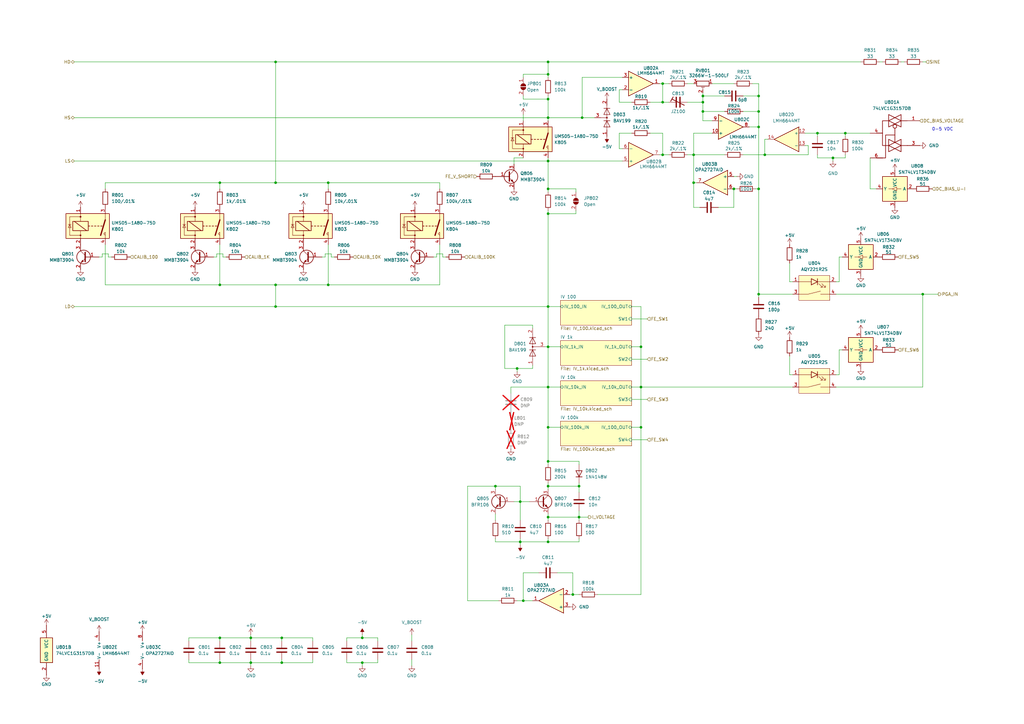
<source format=kicad_sch>
(kicad_sch (version 20231120) (generator "eeschema") (generator_version "8.0")
  (paper "A3")
  (junction (at 262.89 142.24))
  (junction (at 237.49 199.39))
  (junction (at 224.79 48.26))
  (junction (at 335.28 54.61))
  (junction (at 102.87 271.78))
  (junction (at 311.15 77.47))
  (junction (at 134.62 74.93))
  (junction (at 271.78 41.91))
  (junction (at 224.79 222.25))
  (junction (at 311.15 52.07))
  (junction (at 271.78 63.5))
  (junction (at 148.59 271.78))
  (junction (at 313.69 63.5))
  (junction (at 212.09 151.13))
  (junction (at 346.71 54.61))
  (junction (at 288.29 45.72))
  (junction (at 237.49 212.09))
  (junction (at 224.79 142.24))
  (junction (at 311.15 45.72))
  (junction (at 113.03 74.93))
  (junction (at 214.63 246.38))
  (junction (at 224.79 66.04))
  (junction (at 224.79 87.63))
  (junction (at 90.17 261.62))
  (junction (at 262.89 175.26))
  (junction (at 224.79 158.75))
  (junction (at 271.78 34.29))
  (junction (at 378.46 120.65))
  (junction (at 134.62 116.84))
  (junction (at 113.03 25.4))
  (junction (at 300.99 77.47))
  (junction (at 288.29 41.91))
  (junction (at 90.17 271.78))
  (junction (at 284.48 63.5))
  (junction (at 224.79 175.26))
  (junction (at 115.57 271.78))
  (junction (at 288.29 39.37))
  (junction (at 234.95 243.84))
  (junction (at 113.03 125.73))
  (junction (at 224.79 189.23))
  (junction (at 311.15 39.37))
  (junction (at 224.79 25.4))
  (junction (at 203.2 199.39))
  (junction (at 311.15 120.65))
  (junction (at 90.17 74.93))
  (junction (at 284.48 74.93))
  (junction (at 224.79 212.09))
  (junction (at 90.17 116.84))
  (junction (at 224.79 40.64))
  (junction (at 102.87 261.62))
  (junction (at 113.03 116.84))
  (junction (at 224.79 199.39))
  (junction (at 213.36 205.74))
  (junction (at 262.89 158.75))
  (junction (at 213.36 222.25))
  (junction (at 238.76 48.26))
  (junction (at 341.63 64.77))
  (junction (at 115.57 261.62))
  (junction (at 224.79 77.47))
  (junction (at 224.79 125.73))
  (junction (at 224.79 30.48))
  (junction (at 148.59 261.62))
  (wire (pts (xy 113.03 116.84) (xy 113.03 125.73)))
  (wire (pts (xy 259.08 163.83) (xy 265.43 163.83)))
  (wire (pts (xy 224.79 142.24) (xy 229.87 142.24)))
  (wire (pts (xy 113.03 116.84) (xy 134.62 116.84)))
  (wire (pts (xy 223.52 142.24) (xy 224.79 142.24)))
  (wire (pts (xy 237.49 212.09) (xy 237.49 213.36)))
  (wire (pts (xy 311.15 120.65) (xy 311.15 121.92)))
  (wire (pts (xy 224.79 87.63) (xy 224.79 125.73)))
  (wire (pts (xy 224.79 212.09) (xy 224.79 213.36)))
  (wire (pts (xy 304.8 39.37) (xy 311.15 39.37)))
  (wire (pts (xy 271.78 34.29) (xy 270.51 34.29)))
  (wire (pts (xy 87.63 105.41) (xy 88.9 105.41)))
  (wire (pts (xy 179.07 104.14) (xy 181.61 104.14)))
  (wire (pts (xy 224.79 48.26) (xy 238.76 48.26)))
  (wire (pts (xy 238.76 48.26) (xy 243.84 48.26)))
  (wire (pts (xy 133.35 104.14) (xy 135.89 104.14)))
  (wire (pts (xy 224.79 222.25) (xy 237.49 222.25)))
  (wire (pts (xy 255.27 66.04) (xy 224.79 66.04)))
  (wire (pts (xy 224.79 48.26) (xy 224.79 49.53)))
  (wire (pts (xy 311.15 45.72) (xy 311.15 39.37)))
  (wire (pts (xy 213.36 222.25) (xy 224.79 222.25)))
  (wire (pts (xy 325.12 158.75) (xy 262.89 158.75)))
  (wire (pts (xy 142.24 262.89) (xy 142.24 261.62)))
  (wire (pts (xy 214.63 31.75) (xy 214.63 30.48)))
  (wire (pts (xy 245.11 243.84) (xy 262.89 243.84)))
  (wire (pts (xy 271.78 63.5) (xy 271.78 54.61)))
  (wire (pts (xy 134.62 116.84) (xy 180.34 116.84)))
  (wire (pts (xy 224.79 25.4) (xy 224.79 30.48)))
  (wire (pts (xy 311.15 39.37) (xy 311.15 34.29)))
  (wire (pts (xy 77.47 261.62) (xy 77.47 262.89)))
  (wire (pts (xy 237.49 199.39) (xy 237.49 201.93)))
  (wire (pts (xy 213.36 205.74) (xy 213.36 213.36)))
  (wire (pts (xy 346.71 55.88) (xy 346.71 54.61)))
  (wire (pts (xy 102.87 270.51) (xy 102.87 271.78)))
  (wire (pts (xy 266.7 41.91) (xy 271.78 41.91)))
  (wire (pts (xy 262.89 243.84) (xy 262.89 175.26)))
  (wire (pts (xy 41.91 104.14) (xy 44.45 104.14)))
  (wire (pts (xy 335.28 54.61) (xy 330.2 54.61)))
  (wire (pts (xy 270.51 63.5) (xy 271.78 63.5)))
  (wire (pts (xy 271.78 41.91) (xy 274.32 41.91)))
  (wire (pts (xy 224.79 125.73) (xy 224.79 142.24)))
  (wire (pts (xy 77.47 270.51) (xy 77.47 271.78)))
  (wire (pts (xy 287.02 85.09) (xy 284.48 85.09)))
  (wire (pts (xy 344.17 105.41) (xy 344.17 115.57)))
  (wire (pts (xy 311.15 52.07) (xy 307.34 52.07)))
  (wire (pts (xy 378.46 120.65) (xy 378.46 158.75)))
  (wire (pts (xy 323.85 146.05) (xy 323.85 153.67)))
  (wire (pts (xy 288.29 41.91) (xy 288.29 39.37)))
  (wire (pts (xy 224.79 77.47) (xy 236.22 77.47)))
  (wire (pts (xy 325.12 115.57) (xy 323.85 115.57)))
  (wire (pts (xy 331.47 63.5) (xy 331.47 59.69)))
  (wire (pts (xy 259.08 175.26) (xy 262.89 175.26)))
  (wire (pts (xy 342.9 158.75) (xy 378.46 158.75)))
  (wire (pts (xy 335.28 55.88) (xy 335.28 54.61)))
  (wire (pts (xy 237.49 212.09) (xy 241.3 212.09)))
  (wire (pts (xy 262.89 175.26) (xy 262.89 158.75)))
  (wire (pts (xy 90.17 270.51) (xy 90.17 271.78)))
  (wire (pts (xy 234.95 243.84) (xy 233.68 243.84)))
  (wire (pts (xy 113.03 25.4) (xy 113.03 74.93)))
  (wire (pts (xy 203.2 199.39) (xy 213.36 199.39)))
  (wire (pts (xy 154.94 261.62) (xy 154.94 262.89)))
  (wire (pts (xy 30.48 25.4) (xy 113.03 25.4)))
  (wire (pts (xy 102.87 261.62) (xy 102.87 262.89)))
  (wire (pts (xy 218.44 133.35) (xy 218.44 134.62)))
  (wire (pts (xy 210.82 205.74) (xy 213.36 205.74)))
  (wire (pts (xy 142.24 270.51) (xy 142.24 271.78)))
  (wire (pts (xy 311.15 34.29) (xy 308.61 34.29)))
  (wire (pts (xy 213.36 222.25) (xy 203.2 222.25)))
  (wire (pts (xy 344.17 153.67) (xy 342.9 153.67)))
  (wire (pts (xy 341.63 64.77) (xy 346.71 64.77)))
  (wire (pts (xy 43.18 74.93) (xy 90.17 74.93)))
  (wire (pts (xy 224.79 30.48) (xy 224.79 31.75)))
  (wire (pts (xy 288.29 39.37) (xy 297.18 39.37)))
  (wire (pts (xy 313.69 63.5) (xy 331.47 63.5)))
  (wire (pts (xy 341.63 64.77) (xy 341.63 66.04)))
  (wire (pts (xy 181.61 104.14) (xy 181.61 105.41)))
  (wire (pts (xy 224.79 66.04) (xy 224.79 64.77)))
  (wire (pts (xy 237.49 220.98) (xy 237.49 222.25)))
  (wire (pts (xy 90.17 74.93) (xy 90.17 77.47)))
  (wire (pts (xy 207.01 133.35) (xy 218.44 133.35)))
  (wire (pts (xy 292.1 49.53) (xy 288.29 49.53)))
  (wire (pts (xy 113.03 25.4) (xy 224.79 25.4)))
  (wire (pts (xy 128.27 262.89) (xy 128.27 261.62)))
  (wire (pts (xy 213.36 205.74) (xy 217.17 205.74)))
  (wire (pts (xy 224.79 175.26) (xy 224.79 189.23)))
  (wire (pts (xy 148.59 271.78) (xy 142.24 271.78)))
  (wire (pts (xy 224.79 210.82) (xy 224.79 212.09)))
  (wire (pts (xy 181.61 105.41) (xy 182.88 105.41)))
  (wire (pts (xy 91.44 104.14) (xy 91.44 105.41)))
  (wire (pts (xy 135.89 105.41) (xy 137.16 105.41)))
  (wire (pts (xy 288.29 49.53) (xy 288.29 45.72)))
  (wire (pts (xy 311.15 45.72) (xy 311.15 52.07)))
  (wire (pts (xy 91.44 105.41) (xy 92.71 105.41)))
  (wire (pts (xy 284.48 54.61) (xy 284.48 63.5)))
  (wire (pts (xy 356.87 77.47) (xy 356.87 64.77)))
  (wire (pts (xy 259.08 158.75) (xy 262.89 158.75)))
  (wire (pts (xy 335.28 54.61) (xy 346.71 54.61)))
  (wire (pts (xy 214.63 234.95) (xy 214.63 246.38)))
  (wire (pts (xy 224.79 158.75) (xy 229.87 158.75)))
  (wire (pts (xy 292.1 34.29) (xy 300.99 34.29)))
  (wire (pts (xy 224.79 175.26) (xy 229.87 175.26)))
  (wire (pts (xy 133.35 105.41) (xy 133.35 104.14)))
  (wire (pts (xy 218.44 149.86) (xy 218.44 151.13)))
  (wire (pts (xy 262.89 142.24) (xy 262.89 125.73)))
  (wire (pts (xy 236.22 77.47) (xy 236.22 78.74)))
  (wire (pts (xy 77.47 271.78) (xy 90.17 271.78)))
  (wire (pts (xy 224.79 66.04) (xy 224.79 77.47)))
  (wire (pts (xy 30.48 48.26) (xy 224.79 48.26)))
  (wire (pts (xy 325.12 153.67) (xy 323.85 153.67)))
  (wire (pts (xy 134.62 100.33) (xy 134.62 116.84)))
  (wire (pts (xy 41.91 105.41) (xy 41.91 104.14)))
  (wire (pts (xy 281.94 34.29) (xy 284.48 34.29)))
  (wire (pts (xy 224.79 40.64) (xy 224.79 48.26)))
  (wire (pts (xy 102.87 271.78) (xy 115.57 271.78)))
  (wire (pts (xy 335.28 64.77) (xy 341.63 64.77)))
  (wire (pts (xy 360.68 25.4) (xy 361.95 25.4)))
  (wire (pts (xy 224.79 199.39) (xy 237.49 199.39)))
  (wire (pts (xy 168.91 260.35) (xy 168.91 262.89)))
  (wire (pts (xy 212.09 246.38) (xy 214.63 246.38)))
  (wire (pts (xy 254 41.91) (xy 259.08 41.91)))
  (wire (pts (xy 88.9 104.14) (xy 91.44 104.14)))
  (wire (pts (xy 154.94 271.78) (xy 148.59 271.78)))
  (wire (pts (xy 90.17 261.62) (xy 90.17 262.89)))
  (wire (pts (xy 43.18 116.84) (xy 90.17 116.84)))
  (wire (pts (xy 271.78 54.61) (xy 266.7 54.61)))
  (wire (pts (xy 224.79 189.23) (xy 224.79 190.5)))
  (wire (pts (xy 294.64 85.09) (xy 300.99 85.09)))
  (wire (pts (xy 323.85 107.95) (xy 323.85 115.57)))
  (wire (pts (xy 346.71 54.61) (xy 356.87 54.61)))
  (wire (pts (xy 214.63 39.37) (xy 214.63 40.64)))
  (wire (pts (xy 148.59 271.78) (xy 148.59 273.05)))
  (wire (pts (xy 284.48 63.5) (xy 284.48 74.93)))
  (wire (pts (xy 30.48 125.73) (xy 113.03 125.73)))
  (wire (pts (xy 224.79 158.75) (xy 224.79 175.26)))
  (wire (pts (xy 281.94 63.5) (xy 284.48 63.5)))
  (wire (pts (xy 259.08 54.61) (xy 254 54.61)))
  (wire (pts (xy 344.17 115.57) (xy 342.9 115.57)))
  (wire (pts (xy 209.55 161.29) (xy 209.55 158.75)))
  (wire (pts (xy 281.94 41.91) (xy 288.29 41.91)))
  (wire (pts (xy 288.29 45.72) (xy 288.29 41.91)))
  (wire (pts (xy 259.08 180.34) (xy 265.43 180.34)))
  (wire (pts (xy 224.79 189.23) (xy 237.49 189.23)))
  (wire (pts (xy 214.63 40.64) (xy 224.79 40.64)))
  (wire (pts (xy 325.12 120.65) (xy 311.15 120.65)))
  (wire (pts (xy 300.99 85.09) (xy 300.99 77.47)))
  (wire (pts (xy 128.27 271.78) (xy 128.27 270.51)))
  (wire (pts (xy 203.2 210.82) (xy 203.2 213.36)))
  (wire (pts (xy 378.46 120.65) (xy 384.81 120.65)))
  (wire (pts (xy 154.94 270.51) (xy 154.94 271.78)))
  (wire (pts (xy 271.78 34.29) (xy 274.32 34.29)))
  (wire (pts (xy 212.09 151.13) (xy 212.09 152.4)))
  (wire (pts (xy 132.08 105.41) (xy 133.35 105.41)))
  (wire (pts (xy 254 60.96) (xy 255.27 60.96)))
  (wire (pts (xy 224.79 199.39) (xy 224.79 200.66)))
  (wire (pts (xy 115.57 270.51) (xy 115.57 271.78)))
  (wire (pts (xy 288.29 45.72) (xy 297.18 45.72)))
  (wire (pts (xy 288.29 39.37) (xy 288.29 38.1)))
  (wire (pts (xy 342.9 120.65) (xy 378.46 120.65)))
  (wire (pts (xy 224.79 142.24) (xy 224.79 158.75)))
  (wire (pts (xy 214.63 30.48) (xy 224.79 30.48)))
  (wire (pts (xy 30.48 66.04) (xy 224.79 66.04)))
  (wire (pts (xy 77.47 261.62) (xy 90.17 261.62)))
  (wire (pts (xy 224.79 77.47) (xy 224.79 78.74)))
  (wire (pts (xy 300.99 72.39) (xy 302.26 72.39)))
  (wire (pts (xy 228.6 234.95) (xy 234.95 234.95)))
  (wire (pts (xy 353.06 25.4) (xy 224.79 25.4)))
  (wire (pts (xy 234.95 234.95) (xy 234.95 243.84)))
  (wire (pts (xy 237.49 198.12) (xy 237.49 199.39)))
  (wire (pts (xy 210.82 67.31) (xy 210.82 64.77)))
  (wire (pts (xy 179.07 105.41) (xy 179.07 104.14)))
  (wire (pts (xy 259.08 147.32) (xy 265.43 147.32)))
  (wire (pts (xy 236.22 87.63) (xy 224.79 87.63)))
  (wire (pts (xy 43.18 100.33) (xy 43.18 116.84)))
  (wire (pts (xy 285.75 74.93) (xy 284.48 74.93)))
  (wire (pts (xy 309.88 77.47) (xy 311.15 77.47)))
  (wire (pts (xy 113.03 125.73) (xy 224.79 125.73)))
  (wire (pts (xy 177.8 105.41) (xy 179.07 105.41)))
  (wire (pts (xy 142.24 261.62) (xy 148.59 261.62)))
  (wire (pts (xy 224.79 212.09) (xy 237.49 212.09)))
  (wire (pts (xy 191.77 199.39) (xy 203.2 199.39)))
  (wire (pts (xy 191.77 246.38) (xy 191.77 199.39)))
  (wire (pts (xy 271.78 63.5) (xy 274.32 63.5)))
  (wire (pts (xy 311.15 52.07) (xy 311.15 77.47)))
  (wire (pts (xy 44.45 104.14) (xy 44.45 105.41)))
  (wire (pts (xy 254 36.83) (xy 254 41.91)))
  (wire (pts (xy 214.63 46.99) (xy 214.63 49.53)))
  (wire (pts (xy 209.55 158.75) (xy 224.79 158.75)))
  (wire (pts (xy 40.64 105.41) (xy 41.91 105.41)))
  (wire (pts (xy 234.95 243.84) (xy 237.49 243.84)))
  (wire (pts (xy 304.8 45.72) (xy 311.15 45.72)))
  (wire (pts (xy 102.87 271.78) (xy 102.87 273.05)))
  (wire (pts (xy 180.34 74.93) (xy 180.34 77.47)))
  (wire (pts (xy 213.36 220.98) (xy 213.36 222.25)))
  (wire (pts (xy 292.1 54.61) (xy 284.48 54.61)))
  (wire (pts (xy 346.71 63.5) (xy 346.71 64.77)))
  (wire (pts (xy 314.96 57.15) (xy 313.69 57.15)))
  (wire (pts (xy 311.15 77.47) (xy 311.15 120.65)))
  (wire (pts (xy 43.18 77.47) (xy 43.18 74.93)))
  (wire (pts (xy 344.17 105.41) (xy 345.44 105.41)))
  (wire (pts (xy 259.08 142.24) (xy 262.89 142.24)))
  (wire (pts (xy 214.63 246.38) (xy 218.44 246.38)))
  (wire (pts (xy 148.59 261.62) (xy 154.94 261.62)))
  (wire (pts (xy 300.99 77.47) (xy 302.26 77.47)))
  (wire (pts (xy 224.79 220.98) (xy 224.79 222.25)))
  (wire (pts (xy 313.69 57.15) (xy 313.69 63.5)))
  (wire (pts (xy 271.78 41.91) (xy 271.78 34.29)))
  (wire (pts (xy 224.79 198.12) (xy 224.79 199.39)))
  (wire (pts (xy 210.82 64.77) (xy 214.63 64.77)))
  (wire (pts (xy 134.62 74.93) (xy 134.62 77.47)))
  (wire (pts (xy 255.27 36.83) (xy 254 36.83)))
  (wire (pts (xy 237.49 189.23) (xy 237.49 190.5)))
  (wire (pts (xy 168.91 270.51) (xy 168.91 273.05)))
  (wire (pts (xy 44.45 105.41) (xy 45.72 105.41)))
  (wire (pts (xy 90.17 100.33) (xy 90.17 116.84)))
  (wire (pts (xy 224.79 86.36) (xy 224.79 87.63)))
  (wire (pts (xy 212.09 151.13) (xy 207.01 151.13)))
  (wire (pts (xy 134.62 74.93) (xy 180.34 74.93)))
  (wire (pts (xy 238.76 31.75) (xy 255.27 31.75)))
  (wire (pts (xy 102.87 261.62) (xy 115.57 261.62)))
  (wire (pts (xy 238.76 31.75) (xy 238.76 48.26)))
  (wire (pts (xy 204.47 246.38) (xy 191.77 246.38)))
  (wire (pts (xy 284.48 85.09) (xy 284.48 74.93)))
  (wire (pts (xy 90.17 116.84) (xy 113.03 116.84)))
  (wire (pts (xy 344.17 143.51) (xy 344.17 153.67)))
  (wire (pts (xy 344.17 143.51) (xy 345.44 143.51)))
  (wire (pts (xy 237.49 209.55) (xy 237.49 212.09)))
  (wire (pts (xy 115.57 271.78) (xy 128.27 271.78)))
  (wire (pts (xy 220.98 234.95) (xy 214.63 234.95)))
  (wire (pts (xy 284.48 63.5) (xy 297.18 63.5)))
  (wire (pts (xy 254 54.61) (xy 254 60.96)))
  (wire (pts (xy 236.22 86.36) (xy 236.22 87.63)))
  (wire (pts (xy 213.36 222.25) (xy 213.36 223.52)))
  (wire (pts (xy 90.17 261.62) (xy 102.87 261.62)))
  (wire (pts (xy 224.79 39.37) (xy 224.79 40.64)))
  (wire (pts (xy 359.41 77.47) (xy 356.87 77.47)))
  (wire (pts (xy 218.44 151.13) (xy 212.09 151.13)))
  (wire (pts (xy 135.89 104.14) (xy 135.89 105.41)))
  (wire (pts (xy 203.2 222.25) (xy 203.2 220.98)))
  (wire (pts (xy 213.36 199.39) (xy 213.36 205.74)))
  (wire (pts (xy 335.28 63.5) (xy 335.28 64.77)))
  (wire (pts (xy 113.03 74.93) (xy 134.62 74.93)))
  (wire (pts (xy 207.01 151.13) (xy 207.01 133.35)))
  (wire (pts (xy 304.8 63.5) (xy 313.69 63.5)))
  (wire (pts (xy 90.17 271.78) (xy 102.87 271.78)))
  (wire (pts (xy 102.87 260.35) (xy 102.87 261.62)))
  (wire (pts (xy 88.9 105.41) (xy 88.9 104.14)))
  (wire (pts (xy 148.59 260.35) (xy 148.59 261.62)))
  (wire (pts (xy 259.08 125.73) (xy 262.89 125.73)))
  (wire (pts (xy 90.17 74.93) (xy 113.03 74.93)))
  (wire (pts (xy 203.2 200.66) (xy 203.2 199.39)))
  (wire (pts (xy 180.34 100.33) (xy 180.34 116.84)))
  (wire (pts (xy 224.79 125.73) (xy 229.87 125.73)))
  (wire (pts (xy 115.57 261.62) (xy 128.27 261.62)))
  (wire (pts (xy 115.57 261.62) (xy 115.57 262.89)))
  (wire (pts (xy 369.57 25.4) (xy 370.84 25.4)))
  (wire (pts (xy 330.2 59.69) (xy 331.47 59.69)))
  (wire (pts (xy 259.08 130.81) (xy 265.43 130.81)))
  (wire (pts (xy 378.46 25.4) (xy 379.73 25.4)))
  (wire (pts (xy 262.89 142.24) (xy 262.89 158.75)))
  (text "0-5 VDC" (at 386.588 53.086 0) (effects (font (size 1.27 1.27))))
  (hierarchical_label "HS" (shape bidirectional) (at 30.48 48.26 180))
  (hierarchical_label "LS" (shape bidirectional) (at 30.48 66.04 180))
  (hierarchical_label "CALIB_1K" (shape input) (at 100.33 105.41 0))
  (hierarchical_label "I_VOLTAGE" (shape output) (at 241.3 212.09 0))
  (hierarchical_label "DC_BIAS_U-I" (shape input) (at 382.27 77.47 0))
  (hierarchical_label "FE_SW2" (shape input) (at 265.43 147.32 0))
  (hierarchical_label "FE_SW3" (shape input) (at 265.43 163.83 0))
  (hierarchical_label "SINE" (shape input) (at 379.73 25.4 0))
  (hierarchical_label "DC_BIAS_VOLTAGE" (shape input) (at 377.19 49.53 0))
  (hierarchical_label "FE_SW5" (shape input) (at 368.3 105.41 0))
  (hierarchical_label "FE_SW1" (shape input) (at 265.43 130.81 0))
  (hierarchical_label "CALIB_10K" (shape input) (at 144.78 105.41 0))
  (hierarchical_label "LD" (shape bidirectional) (at 30.48 125.73 180))
  (hierarchical_label "FE_SW4" (shape input) (at 265.43 180.34 0))
  (hierarchical_label "HD" (shape bidirectional) (at 30.48 25.4 180))
  (hierarchical_label "FE_SW6" (shape input) (at 368.3 143.51 0))
  (hierarchical_label "CALIB_100K" (shape input) (at 190.5 105.41 0))
  (hierarchical_label "FE_V_SHORT" (shape input) (at 195.58 72.39 180))
  (hierarchical_label "CALIB_100" (shape input) (at 53.34 105.41 0))
  (hierarchical_label "PGA_IN" (shape output) (at 384.81 120.65 0))
  (symbol (lib_id "power:+5V") (at 323.85 138.43 0) (unit 1)
    (property "Reference" "#PWR0832" (effects (hide yes)))
    (property "Value" "+5V" (at 323.85 134.62 0))
    (property "Description" "Power symbol creates a global label with name \"+5V\"" (effects (hide yes)))
  )
  (symbol (lib_id "Device:R") (at 365.76 25.4 90) (unit 1)
    (property "Reference" "R834" (at 365.76 20.574 90))
    (property "Value" "33" (at 365.76 23.114 90))
    (property "Footprint" "Resistor_SMD:R_0603_1608Metric_Pad0.98x0.95mm_HandSolder" (effects (hide yes)))
    (property "Description" "Resistor" (effects (hide yes)))
  )
  (symbol (lib_id "Device:R") (at 209.55 180.34 0) (unit 1) (in_bom no) (dnp yes)
    (property "Reference" "R812" (at 212.09 179.0699 0) (effects (justify left)))
    (property "Value" "DNP" (at 212.09 181.6099 0) (effects (justify left)))
    (property "Footprint" "Resistor_SMD:R_0603_1608Metric_Pad0.98x0.95mm_HandSolder" (effects (hide yes)))
    (property "Description" "Resistor" (effects (hide yes)))
  )
  (symbol (lib_id "power:+5V") (at 19.05 256.54 0) (unit 1)
    (property "Reference" "#PWR0801" (effects (hide yes)))
    (property "Value" "+5V" (at 19.05 252.73 0))
    (property "Description" "Power symbol creates a global label with name \"+5V\"" (effects (hide yes)))
  )
  (symbol (lib_id "Device:R") (at 134.62 81.28 0) (unit 1)
    (property "Reference" "R805" (at 137.16 80.0099 0) (effects (justify left)))
    (property "Value" "10k/.01%" (at 137.16 82.5499 0) (effects (justify left)))
    (property "Footprint" "Resistor_SMD:R_0603_1608Metric_Pad0.98x0.95mm_HandSolder" (effects (hide yes)))
    (property "Description" "Resistor" (effects (hide yes)))
  )
  (symbol (lib_id "74xGxx:74LVC1G3157") (at 19.05 266.7 0) (unit 2)
    (property "Reference" "U801" (at 22.86 265.4299 0) (effects (justify left)))
    (property "Value" "74LVC1G3157DB" (at 22.86 267.9699 0) (effects (justify left)))
    (property "Footprint" "Package_TO_SOT_SMD:SOT-23-6_Handsoldering" (effects (hide yes)))
    (property "Datasheet" "http://www.ti.com/lit/sg/scyt129e/scyt129e.pdf" (effects (hide yes)))
    (property "Description" "SPDT Analog Switch, Low-Voltage CMOS" (effects (hide yes)))
  )
  (symbol (lib_id "Logic_LevelTranslator:SN74LV1T34DBV") (at 367.03 77.47 0) (mirror y) (unit 1)
    (property "Reference" "U808" (at 376.174 68.072 0))
    (property "Value" "SN74LV1T34DBV" (at 376.174 70.612 0))
    (property "Footprint" "Package_TO_SOT_SMD:SOT-23-5_HandSoldering" (effects (hide yes)))
    (property "Datasheet" "https://www.ti.com/lit/ds/symlink/sn74lv1t34.pdf" (effects (hide yes)))
    (property "Description" "Single Power Supply, Single Buffer GATE, CMOS Logic, Level Shifter, SOT-23-5" (effects (hide yes)))
  )
  (symbol (lib_id "ETH1LCR3:V_BOOST") (at 40.64 259.08 0) (unit 1)
    (property "Reference" "#PWR0805" (effects (hide yes)))
    (property "Value" "V_BOOST" (at 40.64 254 0))
  )
  (symbol (lib_id "power:GND") (at 102.87 273.05 0) (unit 1)
    (property "Reference" "#PWR0812" (effects (hide yes)))
    (property "Value" "GND" (at 102.87 277.114 0))
    (property "Description" "Power symbol creates a global label with name \"GND\" , ground" (effects (hide yes)))
  )
  (symbol (lib_id "ETH1LCR3:AQY221R2S") (at 334.01 118.11 0) (unit 1)
    (property "Reference" "U804" (at 334.01 107.95 0))
    (property "Value" "AQY221R2S" (at 334.01 110.49 0))
    (property "Footprint" "Package_SO:SOP-4_3.8x4.1mm_P2.54mm" (effects (hide yes)))
    (property "Description" "RF SOP 1 Form A C×R10" (effects (hide yes)))
  )
  (symbol (lib_id "Device:C_Trim") (at 278.13 41.91 90) (unit 1)
    (property "Reference" "C813" (at 278.13 38.354 90))
    (property "Value" "JZ100" (at 278.13 45.72 90))
    (property "Footprint" "Capacitor_SMD:C_Trimmer_Voltronics_JZ" (effects (hide yes)))
    (property "Description" "Trimmable capacitor" (effects (hide yes)))
  )
  (symbol (lib_id "Device:R") (at 378.46 77.47 90) (unit 1)
    (property "Reference" "R836" (at 378.46 73.406 90))
    (property "Value" "51" (at 378.46 75.438 90))
    (property "Footprint" "Resistor_SMD:R_0603_1608Metric_Pad0.98x0.95mm_HandSolder" (effects (hide yes)))
    (property "Description" "Resistor" (effects (hide yes)))
  )
  (symbol (lib_id "Device:Q_NPN_BEC") (at 222.25 205.74 0) (unit 1)
    (property "Reference" "Q807" (at 227.33 204.4699 0) (effects (justify left)))
    (property "Value" "BFR106" (at 227.33 207.0099 0) (effects (justify left)))
    (property "Footprint" "Package_TO_SOT_SMD:SOT-23_Handsoldering" (effects (hide yes)))
    (property "Description" "NPN transistor, base/emitter/collector" (effects (hide yes)))
  )
  (symbol (lib_id "Transistor_BJT:MMBT3904") (at 82.55 105.41 0) (mirror y) (unit 1)
    (property "Reference" "Q802" (at 77.47 104.1399 0) (effects (justify left)))
    (property "Value" "MMBT3904" (at 77.47 106.6799 0) (effects (justify left)))
    (property "Footprint" "Package_TO_SOT_SMD:SOT-23" (effects (hide yes)))
    (property "Datasheet" "https://www.onsemi.com/pdf/datasheet/pzt3904-d.pdf" (effects (hide yes)))
    (property "Description" "0.2A Ic, 40V Vce, Small Signal NPN Transistor, SOT-23" (effects (hide yes)))
  )
  (symbol (lib_id "power:GND") (at 212.09 152.4 0) (unit 1)
    (property "Reference" "#PWR0823" (effects (hide yes)))
    (property "Value" "GND" (at 212.09 156.464 0))
    (property "Description" "Power symbol creates a global label with name \"GND\" , ground" (effects (hide yes)))
  )
  (symbol (lib_id "power:GND") (at 33.02 110.49 0) (unit 1)
    (property "Reference" "#PWR0804" (effects (hide yes)))
    (property "Value" "GND" (at 33.02 114.554 0))
    (property "Description" "Power symbol creates a global label with name \"GND\" , ground" (effects (hide yes)))
  )
  (symbol (lib_id "Device:R") (at 199.39 72.39 90) (unit 1)
    (property "Reference" "R809" (at 199.39 67.564 90))
    (property "Value" "10k" (at 199.39 70.104 90))
    (property "Footprint" "Resistor_SMD:R_0603_1608Metric_Pad0.98x0.95mm_HandSolder" (effects (hide yes)))
    (property "Description" "Resistor" (effects (hide yes)))
  )
  (symbol (lib_id "power:GND") (at 377.19 59.69 90) (unit 1)
    (property "Reference" "#PWR0840" (effects (hide yes)))
    (property "Value" "GND" (at 381 59.6899 90) (effects (justify right)))
    (property "Description" "Power symbol creates a global label with name \"GND\" , ground" (effects (hide yes)))
  )
  (symbol (lib_id "Device:L") (at 209.55 172.72 0) (unit 1) (in_bom no) (dnp yes)
    (property "Reference" "L801" (at 210.82 171.4499 0) (effects (justify left)))
    (property "Value" "DNP" (at 210.82 173.9899 0) (effects (justify left)))
    (property "Footprint" "Inductor_SMD:L_0805_2012Metric_Pad1.05x1.20mm_HandSolder" (effects (hide yes)))
    (property "Description" "Inductor" (effects (hide yes)))
  )
  (symbol (lib_id "Device:C") (at 290.83 85.09 90) (unit 1)
    (property "Reference" "C814" (at 290.83 78.994 90))
    (property "Value" "4u7" (at 290.83 81.534 90))
    (property "Footprint" "Capacitor_SMD:C_0805_2012Metric_Pad1.18x1.45mm_HandSolder" (effects (hide yes)))
    (property "Description" "Unpolarized capacitor" (effects (hide yes)))
  )
  (symbol (lib_id "Relay:UMS05-1A80-75D") (at 85.09 92.71 0) (mirror x) (unit 1)
    (property "Reference" "K802" (at 92.71 93.9801 0) (effects (justify left)))
    (property "Value" "UMS05-1A80-75D" (at 92.71 91.4401 0) (effects (justify left)))
    (property "Footprint" "Relay_THT:Relay_StandexMeder_UMS" (effects (hide yes)))
    (property "Datasheet" "https://standexelectronics.com/wp-content/uploads/datasheets/43/4305180175d.pdf" (effects (hide yes)))
    (property "Description" "Standex Meder UMS reed relay, SPST, Closing Contact, with diode" (effects (hide yes)))
  )
  (symbol (lib_id "power:GND") (at 353.06 151.13 0) (unit 1)
    (property "Reference" "#PWR0837" (effects (hide yes)))
    (property "Value" "GND" (at 353.06 155.194 0))
    (property "Description" "Power symbol creates a global label with name \"GND\" , ground" (effects (hide yes)))
  )
  (symbol (lib_id "Device:R") (at 224.79 82.55 0) (unit 1)
    (property "Reference" "R814" (at 227.33 81.2799 0) (effects (justify left)))
    (property "Value" "100k" (at 227.33 83.8199 0) (effects (justify left)))
    (property "Footprint" "Resistor_SMD:R_0603_1608Metric_Pad0.98x0.95mm_HandSolder" (effects (hide yes)))
    (property "Description" "Resistor" (effects (hide yes)))
  )
  (symbol (lib_id "Device:R") (at 374.65 25.4 90) (unit 1)
    (property "Reference" "R835" (at 374.65 20.574 90))
    (property "Value" "33" (at 374.65 23.114 90))
    (property "Footprint" "Resistor_SMD:R_0603_1608Metric_Pad0.98x0.95mm_HandSolder" (effects (hide yes)))
    (property "Description" "Resistor" (effects (hide yes)))
  )
  (symbol (lib_id "Device:R") (at 237.49 217.17 0) (unit 1)
    (property "Reference" "R817" (at 240.03 215.8999 0) (effects (justify left)))
    (property "Value" "100" (at 240.03 218.4399 0) (effects (justify left)))
    (property "Footprint" "Resistor_SMD:R_0603_1608Metric_Pad0.98x0.95mm_HandSolder" (effects (hide yes)))
    (property "Description" "Resistor" (effects (hide yes)))
  )
  (symbol (lib_id "ETH1LCR3:AQY221R2S") (at 334.01 156.21 0) (unit 1)
    (property "Reference" "U805" (at 334.01 146.05 0))
    (property "Value" "AQY221R2S" (at 334.01 148.59 0))
    (property "Footprint" "Package_SO:SOP-4_3.8x4.1mm_P2.54mm" (effects (hide yes)))
    (property "Description" "RF SOP 1 Form A C×R10" (effects (hide yes)))
  )
  (symbol (lib_id "Device:R") (at 49.53 105.41 90) (unit 1)
    (property "Reference" "R802" (at 49.53 100.584 90))
    (property "Value" "10k" (at 49.53 103.124 90))
    (property "Footprint" "Resistor_SMD:R_0603_1608Metric_Pad0.98x0.95mm_HandSolder" (effects (hide yes)))
    (property "Description" "Resistor" (effects (hide yes)))
  )
  (symbol (lib_id "ETH1LCR3:LMH6644MT") (at 40.64 266.7 0) (unit 5)
    (property "Reference" "U802" (at 41.91 265.4299 0) (effects (justify left)))
    (property "Value" "LMH6644MT" (at 41.91 267.9699 0) (effects (justify left)))
    (property "Footprint" "Package_SO:TSSOP-14_4.4x5mm_P0.65mm" (effects (hide yes)))
    (property "Datasheet" "https://www.ti.com/product/LMH6644" (effects (hide yes)))
    (property "Description" "LMH664x Low Power, 130 MHz, 75 mA Rail-to-Rail Output Amplifiers" (effects (hide yes)))
  )
  (symbol (lib_id "Device:R") (at 323.85 104.14 0) (unit 1)
    (property "Reference" "R828" (at 326.39 102.8699 0) (effects (justify left)))
    (property "Value" "1k" (at 326.39 105.4099 0) (effects (justify left)))
    (property "Footprint" "Resistor_SMD:R_0603_1608Metric_Pad0.98x0.95mm_HandSolder" (effects (hide yes)))
    (property "Description" "Resistor" (effects (hide yes)))
  )
  (symbol (lib_id "Device:R") (at 180.34 81.28 0) (unit 1)
    (property "Reference" "R807" (at 182.88 80.0099 0) (effects (justify left)))
    (property "Value" "100k/.01%" (at 182.88 82.5499 0) (effects (justify left)))
    (property "Footprint" "Resistor_SMD:R_0603_1608Metric_Pad0.98x0.95mm_HandSolder" (effects (hide yes)))
    (property "Description" "Resistor" (effects (hide yes)))
  )
  (symbol (lib_id "power:+5V") (at 80.01 85.09 0) (unit 1)
    (property "Reference" "#PWR0809" (effects (hide yes)))
    (property "Value" "+5V" (at 80.01 80.01 0))
    (property "Description" "Power symbol creates a global label with name \"+5V\"" (effects (hide yes)))
  )
  (symbol (lib_id "power:+5V") (at 33.02 85.09 0) (unit 1)
    (property "Reference" "#PWR0803" (effects (hide yes)))
    (property "Value" "+5V" (at 33.02 80.01 0))
    (property "Description" "Power symbol creates a global label with name \"+5V\"" (effects (hide yes)))
  )
  (symbol (lib_id "Device:C") (at 154.94 266.7 0) (unit 1)
    (property "Reference" "C807" (at 158.75 265.4299 0) (effects (justify left)))
    (property "Value" "0.1u" (at 158.75 267.9699 0) (effects (justify left)))
    (property "Footprint" "Capacitor_SMD:C_0603_1608Metric_Pad1.08x0.95mm_HandSolder" (effects (hide yes)))
    (property "Description" "Unpolarized capacitor" (effects (hide yes)))
  )
  (symbol (lib_id "power:+5V") (at 102.87 260.35 0) (unit 1)
    (property "Reference" "#PWR0811" (effects (hide yes)))
    (property "Value" "+5V" (at 102.87 256.54 0))
    (property "Description" "Power symbol creates a global label with name \"+5V\"" (effects (hide yes)))
  )
  (symbol (lib_id "power:+5V") (at 323.85 100.33 0) (unit 1)
    (property "Reference" "#PWR0831" (effects (hide yes)))
    (property "Value" "+5V" (at 323.85 96.52 0))
    (property "Description" "Power symbol creates a global label with name \"+5V\"" (effects (hide yes)))
  )
  (symbol (lib_id "Relay:UMS05-1A80-75D") (at 219.71 57.15 0) (mirror x) (unit 1)
    (property "Reference" "K805" (at 227.33 58.4201 0) (effects (justify left)))
    (property "Value" "UMS05-1A80-75D" (at 227.33 55.8801 0) (effects (justify left)))
    (property "Footprint" "Relay_THT:Relay_StandexMeder_UMS" (effects (hide yes)))
    (property "Datasheet" "https://standexelectronics.com/wp-content/uploads/datasheets/43/4305180175d.pdf" (effects (hide yes)))
    (property "Description" "Standex Meder UMS reed relay, SPST, Closing Contact, with diode" (effects (hide yes)))
  )
  (symbol (lib_id "Diode:BAV99") (at 218.44 142.24 90) (unit 1)
    (property "Reference" "D801" (at 215.9 140.9699 90) (effects (justify left)))
    (property "Value" "BAV199" (at 215.9 143.5099 90) (effects (justify left)))
    (property "Footprint" "Package_TO_SOT_SMD:SOT-23" (effects (hide yes)))
    (property "Datasheet" "https://assets.nexperia.com/documents/data-sheet/BAV99_SER.pdf" (effects (hide yes)))
    (property "Description" "BAV99 High-speed switching diodes, SOT-23" (effects (hide yes)))
  )
  (symbol (lib_id "74xGxx:74LVC1G3157") (at 367.03 54.61 0) (unit 1)
    (property "Reference" "U801" (at 365.76 41.91 0))
    (property "Value" "74LVC1G3157DB" (at 365.76 44.45 0))
    (property "Footprint" "Package_TO_SOT_SMD:SOT-23-6_Handsoldering" (effects (hide yes)))
    (property "Datasheet" "http://www.ti.com/lit/sg/scyt129e/scyt129e.pdf" (effects (hide yes)))
    (property "Description" "SPDT Analog Switch, Low-Voltage CMOS" (effects (hide yes)))
  )
  (symbol (lib_id "Device:R") (at 90.17 81.28 0) (unit 1)
    (property "Reference" "R803" (at 92.71 80.0099 0) (effects (justify left)))
    (property "Value" "1k/.01%" (at 92.71 82.5499 0) (effects (justify left)))
    (property "Footprint" "Resistor_SMD:R_0603_1608Metric_Pad0.98x0.95mm_HandSolder" (effects (hide yes)))
    (property "Description" "Resistor" (effects (hide yes)))
  )
  (symbol (lib_id "Device:C") (at 115.57 266.7 0) (unit 1)
    (property "Reference" "C804" (at 119.38 265.4299 0) (effects (justify left)))
    (property "Value" "0.1u" (at 119.38 267.9699 0) (effects (justify left)))
    (property "Footprint" "Capacitor_SMD:C_0603_1608Metric_Pad1.08x0.95mm_HandSolder" (effects (hide yes)))
    (property "Description" "Unpolarized capacitor" (effects (hide yes)))
  )
  (symbol (lib_id "Transistor_BJT:MMBT3904") (at 172.72 105.41 0) (mirror y) (unit 1)
    (property "Reference" "Q804" (at 167.64 104.1399 0) (effects (justify left)))
    (property "Value" "MMBT3904" (at 167.64 106.6799 0) (effects (justify left)))
    (property "Footprint" "Package_TO_SOT_SMD:SOT-23" (effects (hide yes)))
    (property "Datasheet" "https://www.onsemi.com/pdf/datasheet/pzt3904-d.pdf" (effects (hide yes)))
    (property "Description" "0.2A Ic, 40V Vce, Small Signal NPN Transistor, SOT-23" (effects (hide yes)))
  )
  (symbol (lib_id "Logic_LevelTranslator:SN74LV1T34DBV") (at 353.06 143.51 0) (mirror y) (unit 1)
    (property "Reference" "U807" (at 362.204 134.112 0))
    (property "Value" "SN74LV1T34DBV" (at 362.204 136.652 0))
    (property "Footprint" "Package_TO_SOT_SMD:SOT-23-5_HandSoldering" (effects (hide yes)))
    (property "Datasheet" "https://www.ti.com/lit/ds/symlink/sn74lv1t34.pdf" (effects (hide yes)))
    (property "Description" "Single Power Supply, Single Buffer GATE, CMOS Logic, Level Shifter, SOT-23-5" (effects (hide yes)))
  )
  (symbol (lib_id "Device:R") (at 208.28 246.38 90) (unit 1)
    (property "Reference" "R811" (at 208.28 241.554 90))
    (property "Value" "1k" (at 208.28 244.094 90))
    (property "Footprint" "Resistor_SMD:R_0603_1608Metric_Pad0.98x0.95mm_HandSolder" (effects (hide yes)))
    (property "Description" "Resistor" (effects (hide yes)))
  )
  (symbol (lib_id "Transistor_BJT:MMBT3904") (at 127 105.41 0) (mirror y) (unit 1)
    (property "Reference" "Q803" (at 121.92 104.1399 0) (effects (justify left)))
    (property "Value" "MMBT3904" (at 121.92 106.6799 0) (effects (justify left)))
    (property "Footprint" "Package_TO_SOT_SMD:SOT-23" (effects (hide yes)))
    (property "Datasheet" "https://www.onsemi.com/pdf/datasheet/pzt3904-d.pdf" (effects (hide yes)))
    (property "Description" "0.2A Ic, 40V Vce, Small Signal NPN Transistor, SOT-23" (effects (hide yes)))
  )
  (symbol (lib_id "Device:R") (at 306.07 77.47 90) (unit 1)
    (property "Reference" "R826" (at 306.07 75.184 90))
    (property "Value" "100k" (at 306.07 77.47 90))
    (property "Footprint" "Resistor_SMD:R_0603_1608Metric_Pad0.98x0.95mm_HandSolder" (effects (hide yes)))
    (property "Description" "Resistor" (effects (hide yes)))
  )
  (symbol (lib_id "power:-5V") (at 58.42 274.32 180) (unit 1)
    (property "Reference" "#PWR0808" (effects (hide yes)))
    (property "Value" "-5V" (at 58.42 279.4 0))
    (property "Description" "Power symbol creates a global label with name \"-5V\"" (effects (hide yes)))
  )
  (symbol (lib_id "Device:R") (at 262.89 41.91 90) (unit 1)
    (property "Reference" "R819" (at 262.89 39.624 90))
    (property "Value" "1k/.1%" (at 262.89 44.196 90))
    (property "Footprint" "Resistor_SMD:R_0603_1608Metric_Pad0.98x0.95mm_HandSolder" (effects (hide yes)))
    (property "Description" "Resistor" (effects (hide yes)))
  )
  (symbol (lib_id "power:-5V") (at 213.36 223.52 180) (unit 1)
    (property "Reference" "#PWR0824" (effects (hide yes)))
    (property "Value" "-5V" (at 213.36 228.6 0))
    (property "Description" "Power symbol creates a global label with name \"-5V\"" (effects (hide yes)))
  )
  (symbol (lib_id "Device:R") (at 300.99 63.5 90) (unit 1)
    (property "Reference" "R825" (at 300.99 58.674 90))
    (property "Value" "2k/.1%" (at 300.99 60.96 90))
    (property "Footprint" "Resistor_SMD:R_0603_1608Metric_Pad0.98x0.95mm_HandSolder" (effects (hide yes)))
    (property "Description" "Resistor" (effects (hide yes)))
  )
  (symbol (lib_id "power:+5V") (at 58.42 259.08 0) (unit 1)
    (property "Reference" "#PWR0807" (effects (hide yes)))
    (property "Value" "+5V" (at 58.42 255.27 0))
    (property "Description" "Power symbol creates a global label with name \"+5V\"" (effects (hide yes)))
  )
  (symbol (lib_id "Relay:UMS05-1A80-75D") (at 129.54 92.71 0) (mirror x) (unit 1)
    (property "Reference" "K803" (at 137.16 93.9801 0) (effects (justify left)))
    (property "Value" "UMS05-1A80-75D" (at 137.16 91.4401 0) (effects (justify left)))
    (property "Footprint" "Relay_THT:Relay_StandexMeder_UMS" (effects (hide yes)))
    (property "Datasheet" "https://standexelectronics.com/wp-content/uploads/datasheets/43/4305180175d.pdf" (effects (hide yes)))
    (property "Description" "Standex Meder UMS reed relay, SPST, Closing Contact, with diode" (effects (hide yes)))
  )
  (symbol (lib_id "ETH1LCR3:LMH6644MT") (at 262.89 34.29 0) (unit 1)
    (property "Reference" "U802" (at 266.954 27.94 0))
    (property "Value" "LMH6644MT" (at 266.954 29.972 0))
    (property "Footprint" "Package_SO:TSSOP-14_4.4x5mm_P0.65mm" (effects (hide yes)))
    (property "Datasheet" "https://www.ti.com/product/LMH6644" (effects (hide yes)))
    (property "Description" "LMH664x Low Power, 130 MHz, 75 mA Rail-to-Rail Output Amplifiers" (effects (hide yes)))
  )
  (symbol (lib_id "Transistor_BJT:MMBT3904") (at 35.56 105.41 0) (mirror y) (unit 1)
    (property "Reference" "Q801" (at 30.48 104.1399 0) (effects (justify left)))
    (property "Value" "MMBT3904" (at 30.48 106.6799 0) (effects (justify left)))
    (property "Footprint" "Package_TO_SOT_SMD:SOT-23" (effects (hide yes)))
    (property "Datasheet" "https://www.onsemi.com/pdf/datasheet/pzt3904-d.pdf" (effects (hide yes)))
    (property "Description" "0.2A Ic, 40V Vce, Small Signal NPN Transistor, SOT-23" (effects (hide yes)))
  )
  (symbol (lib_id "power:GND") (at 148.59 273.05 0) (unit 1)
    (property "Reference" "#PWR0816" (effects (hide yes)))
    (property "Value" "GND" (at 148.59 277.114 0))
    (property "Description" "Power symbol creates a global label with name \"GND\" , ground" (effects (hide yes)))
  )
  (symbol (lib_id "power:GND") (at 210.82 77.47 0) (mirror y) (unit 1)
    (property "Reference" "#PWR0822" (effects (hide yes)))
    (property "Value" "GND" (at 210.82 81.534 0))
    (property "Description" "Power symbol creates a global label with name \"GND\" , ground" (effects (hide yes)))
  )
  (symbol (lib_id "Device:R") (at 356.87 25.4 90) (unit 1)
    (property "Reference" "R831" (at 356.87 20.574 90))
    (property "Value" "33" (at 356.87 23.114 90))
    (property "Footprint" "Resistor_SMD:R_0603_1608Metric_Pad0.98x0.95mm_HandSolder" (effects (hide yes)))
    (property "Description" "Resistor" (effects (hide yes)))
  )
  (symbol (lib_id "Device:C") (at 335.28 59.69 0) (unit 1)
    (property "Reference" "C817" (at 339.09 58.4199 0) (effects (justify left)))
    (property "Value" "10n" (at 339.09 60.9599 0) (effects (justify left)))
    (property "Footprint" "Capacitor_SMD:C_0603_1608Metric_Pad1.08x0.95mm_HandSolder" (effects (hide yes)))
    (property "Description" "Unpolarized capacitor" (effects (hide yes)))
  )
  (symbol (lib_id "Device:R_Potentiometer_Trim") (at 288.29 34.29 270) (unit 1)
    (property "Reference" "RV801" (at 288.29 28.956 90))
    (property "Value" "3266W-1-500LF" (at 290.83 30.988 90))
    (property "Footprint" "Potentiometer_THT:Potentiometer_Bourns_3266W_Vertical" (effects (hide yes)))
    (property "Description" "Trim-potentiometer" (effects (hide yes)))
  )
  (symbol (lib_id "power:+5V") (at 170.18 85.09 0) (unit 1)
    (property "Reference" "#PWR0819" (effects (hide yes)))
    (property "Value" "+5V" (at 170.18 80.01 0))
    (property "Description" "Power symbol creates a global label with name \"+5V\"" (effects (hide yes)))
  )
  (symbol (lib_id "Device:R") (at 300.99 45.72 90) (unit 1)
    (property "Reference" "R824" (at 300.99 43.434 90))
    (property "Value" "100k" (at 300.99 45.72 90))
    (property "Footprint" "Resistor_SMD:R_0603_1608Metric_Pad0.98x0.95mm_HandSolder" (effects (hide yes)))
    (property "Description" "Resistor" (effects (hide yes)))
  )
  (symbol (lib_id "Device:C") (at 311.15 125.73 0) (unit 1)
    (property "Reference" "C816" (at 314.96 124.4599 0) (effects (justify left)))
    (property "Value" "180p" (at 314.96 126.9999 0) (effects (justify left)))
    (property "Footprint" "Capacitor_SMD:C_0603_1608Metric_Pad1.08x0.95mm_HandSolder" (effects (hide yes)))
    (property "Description" "Unpolarized capacitor" (effects (hide yes)))
  )
  (symbol (lib_id "ETH1LCR3:LMH6644MT") (at 299.72 52.07 0) (mirror x) (unit 3)
    (property "Reference" "U802" (at 304.292 49.022 0))
    (property "Value" "LMH6644MT" (at 304.8 56.134 0))
    (property "Footprint" "Package_SO:TSSOP-14_4.4x5mm_P0.65mm" (effects (hide yes)))
    (property "Datasheet" "https://www.ti.com/product/LMH6644" (effects (hide yes)))
    (property "Description" "LMH664x Low Power, 130 MHz, 75 mA Rail-to-Rail Output Amplifiers" (effects (hide yes)))
  )
  (symbol (lib_id "power:GND") (at 311.15 137.16 0) (unit 1)
    (property "Reference" "#PWR0830" (effects (hide yes)))
    (property "Value" "GND" (at 311.15 142.24 0))
    (property "Description" "Power symbol creates a global label with name \"GND\" , ground" (effects (hide yes)))
  )
  (symbol (lib_id "Jumper:SolderJumper_2_Open") (at 214.63 35.56 270) (unit 1) (in_bom no)
    (property "Reference" "JP801" (at 216.154 34.29 90) (effects (justify left)))
    (property "Value" "Open" (at 216.154 36.83 90) (effects (justify left)))
    (property "Footprint" "Jumper:SolderJumper-2_P1.3mm_Open_Pad1.0x1.5mm" (effects (hide yes)))
  )
  (symbol (lib_id "Device:R") (at 186.69 105.41 90) (unit 1)
    (property "Reference" "R808" (at 186.69 100.584 90))
    (property "Value" "10k" (at 186.69 103.124 90))
    (property "Footprint" "Resistor_SMD:R_0603_1608Metric_Pad0.98x0.95mm_HandSolder" (effects (hide yes)))
    (property "Description" "Resistor" (effects (hide yes)))
  )
  (symbol (lib_id "power:GND") (at 367.03 85.09 0) (unit 1)
    (property "Reference" "#PWR0839" (effects (hide yes)))
    (property "Value" "GND" (at 367.03 89.154 0))
    (property "Description" "Power symbol creates a global label with name \"GND\" , ground" (effects (hide yes)))
  )
  (symbol (lib_id "power:+5V") (at 353.06 97.79 0) (unit 1)
    (property "Reference" "#PWR0834" (effects (hide yes)))
    (property "Value" "+5V" (at 353.06 93.726 0))
    (property "Description" "Power symbol creates a global label with name \"+5V\"" (effects (hide yes)))
  )
  (symbol (lib_id "power:GND") (at 19.05 276.86 0) (unit 1)
    (property "Reference" "#PWR0802" (effects (hide yes)))
    (property "Value" "GND" (at 19.05 280.67 0))
    (property "Description" "Power symbol creates a global label with name \"GND\" , ground" (effects (hide yes)))
  )
  (symbol (lib_id "Device:R") (at 364.49 143.51 90) (unit 1)
    (property "Reference" "R833" (at 364.49 139.446 90))
    (property "Value" "51" (at 364.49 141.478 90))
    (property "Footprint" "Resistor_SMD:R_0603_1608Metric_Pad0.98x0.95mm_HandSolder" (effects (hide yes)))
    (property "Description" "Resistor" (effects (hide yes)))
  )
  (symbol (lib_id "Device:R") (at 43.18 81.28 0) (unit 1)
    (property "Reference" "R801" (at 45.72 80.0099 0) (effects (justify left)))
    (property "Value" "100/.01%" (at 45.72 82.5499 0) (effects (justify left)))
    (property "Footprint" "Resistor_SMD:R_0603_1608Metric_Pad0.98x0.95mm_HandSolder" (effects (hide yes)))
    (property "Description" "Resistor" (effects (hide yes)))
  )
  (symbol (lib_id "Device:C") (at 102.87 266.7 0) (unit 1)
    (property "Reference" "C803" (at 106.68 265.4299 0) (effects (justify left)))
    (property "Value" "0.1u" (at 106.68 267.9699 0) (effects (justify left)))
    (property "Footprint" "Capacitor_SMD:C_0603_1608Metric_Pad1.08x0.95mm_HandSolder" (effects (hide yes)))
    (property "Description" "Unpolarized capacitor" (effects (hide yes)))
  )
  (symbol (lib_id "power:GND") (at 170.18 110.49 0) (unit 1)
    (property "Reference" "#PWR0820" (effects (hide yes)))
    (property "Value" "GND" (at 170.18 114.554 0))
    (property "Description" "Power symbol creates a global label with name \"GND\" , ground" (effects (hide yes)))
  )
  (symbol (lib_id "Logic_LevelTranslator:SN74LV1T34DBV") (at 353.06 105.41 0) (mirror y) (unit 1)
    (property "Reference" "U806" (at 362.204 96.012 0))
    (property "Value" "SN74LV1T34DBV" (at 362.204 98.552 0))
    (property "Footprint" "Package_TO_SOT_SMD:SOT-23-5_HandSoldering" (effects (hide yes)))
    (property "Datasheet" "https://www.ti.com/lit/ds/symlink/sn74lv1t34.pdf" (effects (hide yes)))
    (property "Description" "Single Power Supply, Single Buffer GATE, CMOS Logic, Level Shifter, SOT-23-5" (effects (hide yes)))
  )
  (symbol (lib_id "power:+5V") (at 367.03 69.85 0) (unit 1)
    (property "Reference" "#PWR0838" (effects (hide yes)))
    (property "Value" "+5V" (at 367.03 65.786 0))
    (property "Description" "Power symbol creates a global label with name \"+5V\"" (effects (hide yes)))
  )
  (symbol (lib_id "Device:C") (at 77.47 266.7 0) (unit 1)
    (property "Reference" "C801" (at 81.28 265.4299 0) (effects (justify left)))
    (property "Value" "0.1u" (at 81.28 267.9699 0) (effects (justify left)))
    (property "Footprint" "Capacitor_SMD:C_0603_1608Metric_Pad1.08x0.95mm_HandSolder" (effects (hide yes)))
    (property "Description" "Unpolarized capacitor" (effects (hide yes)))
  )
  (symbol (lib_id "ETH1LCR3:OPA2727AID") (at 60.96 266.7 0) (unit 3)
    (property "Reference" "U803" (at 59.69 265.4299 0) (effects (justify left)))
    (property "Value" "OPA2727AID" (at 59.69 267.9699 0) (effects (justify left)))
    (property "Footprint" "Package_SO:SOIC-8_3.9x4.9mm_P1.27mm" (effects (hide yes)))
    (property "Datasheet" "https://www.ti.com/lit/gpn/OPA2727" (effects (hide yes)))
    (property "Description" "20MHz, High Precision CMOS Operational Amplifier" (effects (hide yes)))
  )
  (symbol (lib_id "ETH1LCR3:V_BOOST") (at 248.92 40.64 0) (unit 1)
    (property "Reference" "#PWR0827" (effects (hide yes)))
    (property "Value" "V_BOOST" (at 248.92 36.576 0))
  )
  (symbol (lib_id "ETH1LCR3:OPA2727AID") (at 293.37 74.93 0) (mirror y) (unit 2)
    (property "Reference" "U803" (at 291.084 67.31 0))
    (property "Value" "OPA2727AID" (at 290.83 69.596 0))
    (property "Footprint" "Package_SO:SOIC-8_3.9x4.9mm_P1.27mm" (effects (hide yes)))
    (property "Datasheet" "https://www.ti.com/lit/gpn/OPA2727" (effects (hide yes)))
    (property "Description" "20MHz, High Precision CMOS Operational Amplifier" (effects (hide yes)))
  )
  (symbol (lib_id "ETH1LCR3:V_BOOST") (at 168.91 260.35 0) (unit 1)
    (property "Reference" "#PWR0817" (effects (hide yes)))
    (property "Value" "V_BOOST" (at 168.91 255.27 0))
  )
  (symbol (lib_id "power:GND") (at 80.01 110.49 0) (unit 1)
    (property "Reference" "#PWR0810" (effects (hide yes)))
    (property "Value" "GND" (at 80.01 114.554 0))
    (property "Description" "Power symbol creates a global label with name \"GND\" , ground" (effects (hide yes)))
  )
  (symbol (lib_id "Device:R") (at 346.71 59.69 0) (unit 1)
    (property "Reference" "R830" (at 349.25 58.4199 0) (effects (justify left)))
    (property "Value" "100k" (at 349.25 60.9599 0) (effects (justify left)))
    (property "Footprint" "Resistor_SMD:R_0603_1608Metric_Pad0.98x0.95mm_HandSolder" (effects (hide yes)))
    (property "Description" "Resistor" (effects (hide yes)))
  )
  (symbol (lib_id "power:+5V") (at 214.63 46.99 0) (unit 1)
    (property "Reference" "#PWR0825" (effects (hide yes)))
    (property "Value" "+5V" (at 214.63 42.926 0))
    (property "Description" "Power symbol creates a global label with name \"+5V\"" (effects (hide yes)))
  )
  (symbol (lib_id "Device:C") (at 209.55 165.1 0) (unit 1) (in_bom no) (dnp yes)
    (property "Reference" "C809" (at 213.36 163.8299 0) (effects (justify left)))
    (property "Value" "DNP" (at 213.36 166.3699 0) (effects (justify left)))
    (property "Footprint" "Capacitor_SMD:C_0805_2012Metric_Pad1.18x1.45mm_HandSolder" (effects (hide yes)))
    (property "Description" "Unpolarized capacitor" (effects (hide yes)))
  )
  (symbol (lib_id "power:-5V") (at 40.64 274.32 180) (unit 1)
    (property "Reference" "#PWR0806" (effects (hide yes)))
    (property "Value" "-5V" (at 40.64 279.4 0))
    (property "Description" "Power symbol creates a global label with name \"-5V\"" (effects (hide yes)))
  )
  (symbol (lib_id "Device:R") (at 96.52 105.41 90) (unit 1)
    (property "Reference" "R804" (at 96.52 100.584 90))
    (property "Value" "10k" (at 96.52 103.124 90))
    (property "Footprint" "Resistor_SMD:R_0603_1608Metric_Pad0.98x0.95mm_HandSolder" (effects (hide yes)))
    (property "Description" "Resistor" (effects (hide yes)))
  )
  (symbol (lib_id "Device:R") (at 304.8 34.29 90) (unit 1)
    (property "Reference" "R823" (at 304.8 29.464 90))
    (property "Value" "2k/.1%" (at 304.8 31.75 90))
    (property "Footprint" "Resistor_SMD:R_0603_1608Metric_Pad0.98x0.95mm_HandSolder" (effects (hide yes)))
    (property "Description" "Resistor" (effects (hide yes)))
  )
  (symbol (lib_id "Device:C") (at 90.17 266.7 0) (unit 1)
    (property "Reference" "C802" (at 93.98 265.4299 0) (effects (justify left)))
    (property "Value" "0.1u" (at 93.98 267.9699 0) (effects (justify left)))
    (property "Footprint" "Capacitor_SMD:C_0603_1608Metric_Pad1.08x0.95mm_HandSolder" (effects (hide yes)))
    (property "Description" "Unpolarized capacitor" (effects (hide yes)))
  )
  (symbol (lib_id "Device:R") (at 241.3 243.84 90) (unit 1)
    (property "Reference" "R818" (at 241.3 239.014 90))
    (property "Value" "100k" (at 241.3 241.554 90))
    (property "Footprint" "Resistor_SMD:R_0603_1608Metric_Pad0.98x0.95mm_HandSolder" (effects (hide yes)))
    (property "Description" "Resistor" (effects (hide yes)))
  )
  (symbol (lib_id "Device:R") (at 364.49 105.41 90) (unit 1)
    (property "Reference" "R832" (at 364.49 101.346 90))
    (property "Value" "51" (at 364.49 103.378 90))
    (property "Footprint" "Resistor_SMD:R_0603_1608Metric_Pad0.98x0.95mm_HandSolder" (effects (hide yes)))
    (property "Description" "Resistor" (effects (hide yes)))
  )
  (symbol (lib_id "Device:Q_NPN_BEC") (at 205.74 205.74 0) (mirror y) (unit 1)
    (property "Reference" "Q805" (at 200.66 204.4699 0) (effects (justify left)))
    (property "Value" "BFR106" (at 200.66 207.0099 0) (effects (justify left)))
    (property "Footprint" "Package_TO_SOT_SMD:SOT-23_Handsoldering" (effects (hide yes)))
    (property "Description" "NPN transistor, base/emitter/collector" (effects (hide yes)))
  )
  (symbol (lib_id "Device:R") (at 278.13 63.5 90) (unit 1)
    (property "Reference" "R822" (at 278.13 58.674 90))
    (property "Value" "2k/.1%" (at 278.13 60.96 90))
    (property "Footprint" "Resistor_SMD:R_0603_1608Metric_Pad0.98x0.95mm_HandSolder" (effects (hide yes)))
    (property "Description" "Resistor" (effects (hide yes)))
  )
  (symbol (lib_id "Device:R") (at 278.13 34.29 90) (unit 1)
    (property "Reference" "R821" (at 278.13 29.464 90))
    (property "Value" "2k/.1%" (at 278.13 31.75 90))
    (property "Footprint" "Resistor_SMD:R_0603_1608Metric_Pad0.98x0.95mm_HandSolder" (effects (hide yes)))
    (property "Description" "Resistor" (effects (hide yes)))
  )
  (symbol (lib_id "power:GND") (at 233.68 248.92 90) (unit 1)
    (property "Reference" "#PWR0826" (effects (hide yes)))
    (property "Value" "GND" (at 237.49 248.9199 90) (effects (justify right)))
    (property "Description" "Power symbol creates a global label with name \"GND\" , ground" (effects (hide yes)))
  )
  (symbol (lib_id "power:+5V") (at 124.46 85.09 0) (unit 1)
    (property "Reference" "#PWR0813" (effects (hide yes)))
    (property "Value" "+5V" (at 124.46 80.01 0))
    (property "Description" "Power symbol creates a global label with name \"+5V\"" (effects (hide yes)))
  )
  (symbol (lib_id "Diode:BAV99") (at 248.92 48.26 270) (mirror x) (unit 1)
    (property "Reference" "D803" (at 251.46 46.9899 90) (effects (justify left)))
    (property "Value" "BAV199" (at 251.46 49.5299 90) (effects (justify left)))
    (property "Footprint" "Package_TO_SOT_SMD:SOT-23" (effects (hide yes)))
    (property "Datasheet" "https://assets.nexperia.com/documents/data-sheet/BAV99_SER.pdf" (effects (hide yes)))
    (property "Description" "BAV99 High-speed switching diodes, SOT-23" (effects (hide yes)))
  )
  (symbol (lib_id "Device:R") (at 323.85 142.24 0) (unit 1)
    (property "Reference" "R829" (at 326.39 140.9699 0) (effects (justify left)))
    (property "Value" "1k" (at 326.39 143.5099 0) (effects (justify left)))
    (property "Footprint" "Resistor_SMD:R_0603_1608Metric_Pad0.98x0.95mm_HandSolder" (effects (hide yes)))
    (property "Description" "Resistor" (effects (hide yes)))
  )
  (symbol (lib_id "Transistor_BJT:MMBT3904") (at 208.28 72.39 0) (unit 1)
    (property "Reference" "Q806" (at 213.36 71.1199 0) (effects (justify left)))
    (property "Value" "MMBT3904" (at 213.36 73.6599 0) (effects (justify left)))
    (property "Footprint" "Package_TO_SOT_SMD:SOT-23" (effects (hide yes)))
    (property "Datasheet" "https://www.onsemi.com/pdf/datasheet/pzt3904-d.pdf" (effects (hide yes)))
    (property "Description" "0.2A Ic, 40V Vce, Small Signal NPN Transistor, SOT-23" (effects (hide yes)))
  )
  (symbol (lib_id "Device:R") (at 224.79 217.17 0) (unit 1)
    (property "Reference" "R816" (at 227.33 215.8999 0) (effects (justify left)))
    (property "Value" "100" (at 227.33 218.4399 0) (effects (justify left)))
    (property "Footprint" "Resistor_SMD:R_0603_1608Metric_Pad0.98x0.95mm_HandSolder" (effects (hide yes)))
    (property "Description" "Resistor" (effects (hide yes)))
  )
  (symbol (lib_id "power:GND") (at 168.91 273.05 0) (unit 1)
    (property "Reference" "#PWR0818" (effects (hide yes)))
    (property "Value" "GND" (at 168.91 277.114 0))
    (property "Description" "Power symbol creates a global label with name \"GND\" , ground" (effects (hide yes)))
  )
  (symbol (lib_id "Device:C") (at 128.27 266.7 0) (unit 1)
    (property "Reference" "C805" (at 132.08 265.4299 0) (effects (justify left)))
    (property "Value" "0.1u" (at 132.08 267.9699 0) (effects (justify left)))
    (property "Footprint" "Capacitor_SMD:C_0603_1608Metric_Pad1.08x0.95mm_HandSolder" (effects (hide yes)))
    (property "Description" "Unpolarized capacitor" (effects (hide yes)))
  )
  (symbol (lib_id "Device:C") (at 213.36 217.17 0) (unit 1)
    (property "Reference" "C810" (at 217.17 215.8999 0) (effects (justify left)))
    (property "Value" "4u7" (at 217.17 218.4399 0) (effects (justify left)))
    (property "Footprint" "Capacitor_SMD:C_0805_2012Metric_Pad1.18x1.45mm_HandSolder" (effects (hide yes)))
    (property "Description" "Unpolarized capacitor" (effects (hide yes)))
  )
  (symbol (lib_id "Device:R") (at 311.15 133.35 0) (unit 1)
    (property "Reference" "R827" (at 313.69 132.0799 0) (effects (justify left)))
    (property "Value" "240" (at 313.69 134.6199 0) (effects (justify left)))
    (property "Footprint" "Resistor_SMD:R_0603_1608Metric_Pad0.98x0.95mm_HandSolder" (effects (hide yes)))
    (property "Description" "Resistor" (effects (hide yes)))
  )
  (symbol (lib_id "Device:R") (at 140.97 105.41 90) (unit 1)
    (property "Reference" "R806" (at 140.97 100.584 90))
    (property "Value" "10k" (at 140.97 103.124 90))
    (property "Footprint" "Resistor_SMD:R_0603_1608Metric_Pad0.98x0.95mm_HandSolder" (effects (hide yes)))
    (property "Description" "Resistor" (effects (hide yes)))
  )
  (symbol (lib_id "Device:R") (at 224.79 194.31 0) (unit 1)
    (property "Reference" "R815" (at 227.33 193.0399 0) (effects (justify left)))
    (property "Value" "200k" (at 227.33 195.5799 0) (effects (justify left)))
    (property "Footprint" "Resistor_SMD:R_0603_1608Metric_Pad0.98x0.95mm_HandSolder" (effects (hide yes)))
    (property "Description" "Resistor" (effects (hide yes)))
  )
  (symbol (lib_id "Diode:1N4148W") (at 237.49 194.31 90) (unit 1)
    (property "Reference" "D802" (at 240.03 193.0399 90) (effects (justify right)))
    (property "Value" "1N4148W" (at 240.03 195.5799 90) (effects (justify right)))
    (property "Footprint" "Diode_SMD:D_SOD-123" (effects (hide yes)))
    (property "Datasheet" "https://www.vishay.com/docs/85748/1n4148w.pdf" (effects (hide yes)))
    (property "Description" "75V 0.15A Fast Switching Diode, SOD-123" (effects (hide yes)))
    (property "Sim.Device" "D" (effects (hide yes)))
    (property "Sim.Pins" "1=K 2=A" (effects (hide yes)))
  )
  (symbol (lib_id "ETH1LCR3:LMH6644MT") (at 262.89 63.5 0) (mirror x) (unit 2)
    (property "Reference" "U802" (at 268.224 66.294 0))
    (property "Value" "LMH6644MT" (at 267.97 68.326 0))
    (property "Footprint" "Package_SO:TSSOP-14_4.4x5mm_P0.65mm" (effects (hide yes)))
    (property "Datasheet" "https://www.ti.com/product/LMH6644" (effects (hide yes)))
    (property "Description" "LMH664x Low Power, 130 MHz, 75 mA Rail-to-Rail Output Amplifiers" (effects (hide yes)))
  )
  (symbol (lib_id "power:GND") (at 353.06 113.03 0) (unit 1)
    (property "Reference" "#PWR0835" (effects (hide yes)))
    (property "Value" "GND" (at 353.06 117.094 0))
    (property "Description" "Power symbol creates a global label with name \"GND\" , ground" (effects (hide yes)))
  )
  (symbol (lib_id "power:GND") (at 124.46 110.49 0) (unit 1)
    (property "Reference" "#PWR0814" (effects (hide yes)))
    (property "Value" "GND" (at 124.46 114.554 0))
    (property "Description" "Power symbol creates a global label with name \"GND\" , ground" (effects (hide yes)))
  )
  (symbol (lib_id "Relay:UMS05-1A80-75D") (at 175.26 92.71 0) (mirror x) (unit 1)
    (property "Reference" "K804" (at 182.88 93.9801 0) (effects (justify left)))
    (property "Value" "UMS05-1A80-75D" (at 182.88 91.4401 0) (effects (justify left)))
    (property "Footprint" "Relay_THT:Relay_StandexMeder_UMS" (effects (hide yes)))
    (property "Datasheet" "https://standexelectronics.com/wp-content/uploads/datasheets/43/4305180175d.pdf" (effects (hide yes)))
    (property "Description" "Standex Meder UMS reed relay, SPST, Closing Contact, with diode" (effects (hide yes)))
  )
  (symbol (lib_id "power:GND") (at 302.26 72.39 90) (unit 1)
    (property "Reference" "#PWR0829" (effects (hide yes)))
    (property "Value" "GND" (at 305.054 72.39 90) (effects (justify right)))
    (property "Description" "Power symbol creates a global label with name \"GND\" , ground" (effects (hide yes)))
  )
  (symbol (lib_id "power:GND") (at 209.55 184.15 0) (unit 1)
    (property "Reference" "#PWR0821" (effects (hide yes)))
    (property "Value" "GND" (at 209.55 188.214 0))
    (property "Description" "Power symbol creates a global label with name \"GND\" , ground" (effects (hide yes)))
  )
  (symbol (lib_id "power:+5V") (at 353.06 135.89 0) (unit 1)
    (property "Reference" "#PWR0836" (effects (hide yes)))
    (property "Value" "+5V" (at 353.06 131.826 0))
    (property "Description" "Power symbol creates a global label with name \"+5V\"" (effects (hide yes)))
  )
  (symbol (lib_id "Device:C") (at 237.49 205.74 0) (unit 1)
    (property "Reference" "C812" (at 241.3 204.4699 0) (effects (justify left)))
    (property "Value" "10n" (at 241.3 207.0099 0) (effects (justify left)))
    (property "Footprint" "Capacitor_SMD:C_0603_1608Metric_Pad1.08x0.95mm_HandSolder" (effects (hide yes)))
    (property "Description" "Unpolarized capacitor" (effects (hide yes)))
  )
  (symbol (lib_id "Device:R") (at 224.79 35.56 0) (unit 1)
    (property "Reference" "R813" (at 227.33 34.2899 0) (effects (justify left)))
    (property "Value" "100k" (at 227.33 36.8299 0) (effects (justify left)))
    (property "Footprint" "Resistor_SMD:R_0603_1608Metric_Pad0.98x0.95mm_HandSolder" (effects (hide yes)))
    (property "Description" "Resistor" (effects (hide yes)))
  )
  (symbol (lib_id "ETH1LCR3:LMH6644MT") (at 322.58 57.15 0) (mirror y) (unit 4)
    (property "Reference" "U802" (at 322.58 46.99 0))
    (property "Value" "LMH6644MT" (at 322.58 49.53 0))
    (property "Footprint" "Package_SO:TSSOP-14_4.4x5mm_P0.65mm" (effects (hide yes)))
    (property "Datasheet" "https://www.ti.com/product/LMH6644" (effects (hide yes)))
    (property "Description" "LMH664x Low Power, 130 MHz, 75 mA Rail-to-Rail Output Amplifiers" (effects (hide yes)))
  )
  (symbol (lib_id "Device:C") (at 168.91 266.7 0) (unit 1)
    (property "Reference" "C808" (at 172.72 265.4299 0) (effects (justify left)))
    (property "Value" "0.1u" (at 172.72 267.9699 0) (effects (justify left)))
    (property "Footprint" "Capacitor_SMD:C_0603_1608Metric_Pad1.08x0.95mm_HandSolder" (effects (hide yes)))
    (property "Description" "Unpolarized capacitor" (effects (hide yes)))
  )
  (symbol (lib_id "Device:C") (at 224.79 234.95 90) (unit 1)
    (property "Reference" "C811" (at 224.79 228.6 90))
    (property "Value" "4u7" (at 224.79 231.14 90))
    (property "Footprint" "Capacitor_SMD:C_0805_2012Metric_Pad1.18x1.45mm_HandSolder" (effects (hide yes)))
    (property "Description" "Unpolarized capacitor" (effects (hide yes)))
  )
  (symbol (lib_id "power:GND") (at 341.63 66.04 0) (unit 1)
    (property "Reference" "#PWR0833" (effects (hide yes)))
    (property "Value" "GND" (at 341.63 71.12 0))
    (property "Description" "Power symbol creates a global label with name \"GND\" , ground" (effects (hide yes)))
  )
  (symbol (lib_id "Device:C") (at 142.24 266.7 0) (unit 1)
    (property "Reference" "C806" (at 146.05 265.4299 0) (effects (justify left)))
    (property "Value" "0.1u" (at 146.05 267.9699 0) (effects (justify left)))
    (property "Footprint" "Capacitor_SMD:C_0603_1608Metric_Pad1.08x0.95mm_HandSolder" (effects (hide yes)))
    (property "Description" "Unpolarized capacitor" (effects (hide yes)))
  )
  (symbol (lib_id "power:-5V") (at 248.92 55.88 180) (unit 1)
    (property "Reference" "#PWR0828" (effects (hide yes)))
    (property "Value" "-5V" (at 248.92 60.198 0))
    (property "Description" "Power symbol creates a global label with name \"-5V\"" (effects (hide yes)))
  )
  (symbol (lib_id "Relay:UMS05-1A80-75D") (at 38.1 92.71 0) (mirror x) (unit 1)
    (property "Reference" "K801" (at 45.72 93.9801 0) (effects (justify left)))
    (property "Value" "UMS05-1A80-75D" (at 45.72 91.4401 0) (effects (justify left)))
    (property "Footprint" "Relay_THT:Relay_StandexMeder_UMS" (effects (hide yes)))
    (property "Datasheet" "https://standexelectronics.com/wp-content/uploads/datasheets/43/4305180175d.pdf" (effects (hide yes)))
    (property "Description" "Standex Meder UMS reed relay, SPST, Closing Contact, with diode" (effects (hide yes)))
  )
  (symbol (lib_id "Device:R") (at 203.2 217.17 0) (unit 1)
    (property "Reference" "R810" (at 205.74 215.8999 0) (effects (justify left)))
    (property "Value" "510" (at 205.74 218.4399 0) (effects (justify left)))
    (property "Footprint" "Resistor_SMD:R_0603_1608Metric_Pad0.98x0.95mm_HandSolder" (effects (hide yes)))
    (property "Description" "Resistor" (effects (hide yes)))
  )
  (symbol (lib_id "ETH1LCR3:OPA2727AID") (at 226.06 246.38 180) (unit 1)
    (property "Reference" "U803" (at 221.996 240.03 0))
    (property "Value" "OPA2727AID" (at 221.996 242.062 0))
    (property "Footprint" "Package_SO:SOIC-8_3.9x4.9mm_P1.27mm" (effects (hide yes)))
    (property "Datasheet" "https://www.ti.com/lit/gpn/OPA2727" (effects (hide yes)))
    (property "Description" "20MHz, High Precision CMOS Operational Amplifier" (effects (hide yes)))
  )
  (symbol (lib_id "Device:C") (at 300.99 39.37 90) (unit 1)
    (property "Reference" "C815" (at 297.18 37.846 90))
    (property "Value" "6p8" (at 304.546 40.894 90))
    (property "Footprint" "Capacitor_SMD:C_0603_1608Metric_Pad1.08x0.95mm_HandSolder" (effects (hide yes)))
    (property "Description" "Unpolarized capacitor" (effects (hide yes)))
  )
  (symbol (lib_id "power:-5V") (at 148.59 260.35 0) (unit 1)
    (property "Reference" "#PWR0815" (effects (hide yes)))
    (property "Value" "-5V" (at 148.59 255.27 0))
    (property "Description" "Power symbol creates a global label with name \"-5V\"" (effects (hide yes)))
  )
  (symbol (lib_id "Jumper:SolderJumper_2_Open") (at 236.22 82.55 270) (unit 1) (in_bom no)
    (property "Reference" "JP802" (at 239.395 81.28 90) (effects (justify left)))
    (property "Value" "Open" (at 239.395 83.82 90) (effects (justify left)))
    (property "Footprint" "Jumper:SolderJumper-2_P1.3mm_Open_Pad1.0x1.5mm" (effects (hide yes)))
  )
  (symbol (lib_id "Device:R") (at 262.89 54.61 90) (unit 1)
    (property "Reference" "R820" (at 262.89 49.784 90))
    (property "Value" "1k/.1%" (at 262.89 52.07 90))
    (property "Footprint" "Resistor_SMD:R_0603_1608Metric_Pad0.98x0.95mm_HandSolder" (effects (hide yes)))
    (property "Description" "Resistor" (effects (hide yes)))
  )
  (sheet (at 229.87 139.7) (size 29.21 10.16) (stroke (width 0.1524)) (fill (color 255 255 194 1.0000))
    (property "Sheetname" "IV 1k" (at 229.87 138.9884 0) (effects (justify left bottom)))
    (property "Sheetfile" "IV_1k.kicad_sch" (at 229.87 150.4446 0) (effects (justify left top)))
    (pin "IV_1k_IN" bidirectional (at 229.87 142.24 180))
    (pin "SW2" input (at 259.08 147.32 0))
    (pin "IV_1k_OUT" bidirectional (at 259.08 142.24 0))
  )
  (sheet (at 229.87 123.19) (size 29.21 10.16) (stroke (width 0.1524)) (fill (color 255 255 194 1.0000))
    (property "Sheetname" "IV 100" (at 229.87 122.4784 0) (effects (justify left bottom)))
    (property "Sheetfile" "IV_100.kicad_sch" (at 229.87 133.9346 0) (effects (justify left top)))
    (pin "SW1" input (at 259.08 130.81 0))
    (pin "IV_100_OUT" bidirectional (at 259.08 125.73 0))
    (pin "IV_100_IN" bidirectional (at 229.87 125.73 180))
  )
  (sheet (at 229.87 172.72) (size 29.21 10.16) (stroke (width 0.1524)) (fill (color 255 255 194 1.0000))
    (property "Sheetname" "IV 100k" (at 229.87 172.0084 0) (effects (justify left bottom)))
    (property "Sheetfile" "IV_100k.kicad_sch" (at 229.87 183.4646 0) (effects (justify left top)))
    (pin "IV_100k_IN" bidirectional (at 229.87 175.26 180))
    (pin "IV_100_OUT" bidirectional (at 259.08 175.26 0))
    (pin "SW4" input (at 259.08 180.34 0))
  )
  (sheet (at 229.87 156.21) (size 29.21 10.16) (stroke (width 0.1524)) (fill (color 255 255 194 1.0000))
    (property "Sheetname" "IV 10k" (at 229.87 155.4984 0) (effects (justify left bottom)))
    (property "Sheetfile" "IV_10k.kicad_sch" (at 229.87 166.9546 0) (effects (justify left top)))
    (pin "IV_10k_IN" bidirectional (at 229.87 158.75 180))
    (pin "SW3" input (at 259.08 163.83 0))
    (pin "IV_10k_OUT" bidirectional (at 259.08 158.75 0))
  )
)
</source>
